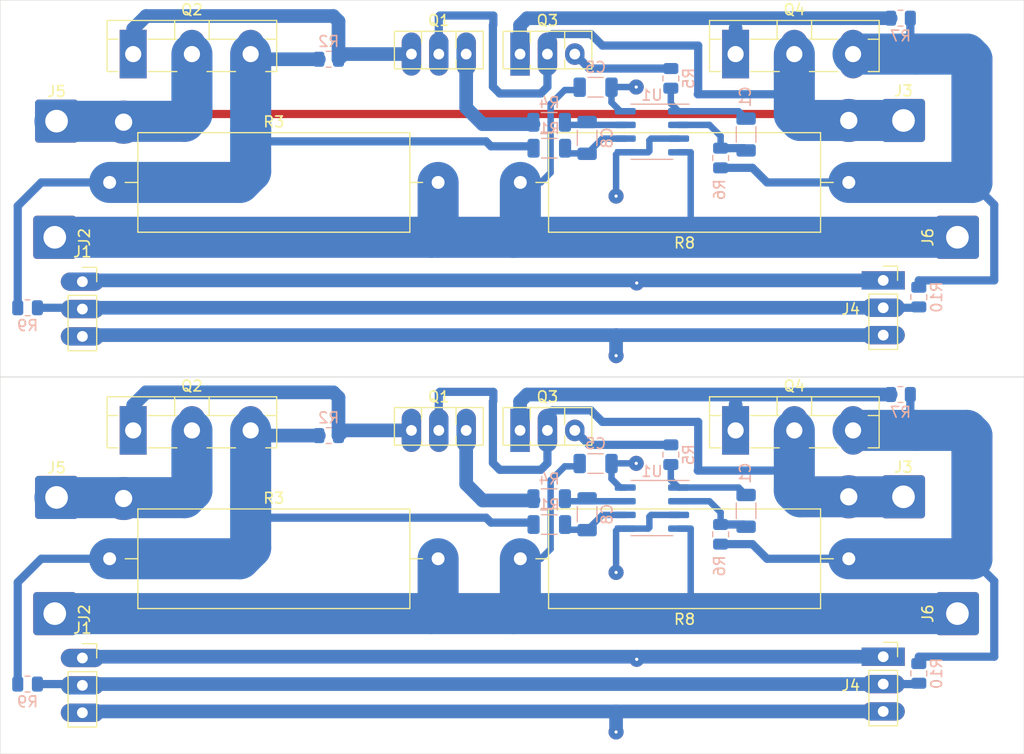
<source format=kicad_pcb>
(kicad_pcb (version 20221018) (generator pcbnew)
  (title_block (rev "1"))
  (layers (0 "F.Cu" signal "Front") (1 "In1.Cu" signal) (2 "In2.Cu" signal) (31 "B.Cu" signal "Back") (34 "B.Paste" user) (35 "F.Paste" user) (36 "B.SilkS" user "B.Silkscreen") (37 "F.SilkS" user "F.Silkscreen") (38 "B.Mask" user) (39 "F.Mask" user) (44 "Edge.Cuts" user))
  (net 0 "")
  (net 1 "GND")
  (net 2 "V_IN")
  (net 3 "Net-(C8-Pad1)")
  (net 4 "Isense")
  (net 5 "Net-(Q1-Pad1)")
  (net 6 "Raw+")
  (net 7 "Iset")
  (net 8 "Net-(C1-Pad1)")
  (net 9 "Net-(Q2-Pad3)")
  (net 10 "Net-(Q3-Pad1)")
  (net 11 "Net-(Q4-Pad3)")
  (net 12 "/outB")
  (net 13 "/outA")
  (net 14 "/baseA")
  (net 15 "/baseB")
  (footprint "Resistor_THT:R_Axial_Power_L25.0mm_W9.0mm_P30.48mm" (layer "F.Cu") (at 190.505 41.91 180)
    (fp_text reference "R8" (at 15.24 -5.62) (layer "F.SilkS"))
    (fp_text value "1")
    (pad "1" thru_hole circle (at 0 0 180) (size 2.4 2.4) (drill 1.2) (layers "*.Cu" "*.Mask") (net 11 "Net-(Q4-Pad3)"))
    (pad "2" thru_hole oval (at 30.48 0 180) (size 2.4 2.4) (drill 1.2) (layers "*.Cu" "*.Mask") (net 1 "GND"))
  )
  (footprint "Package_TO_SOT_THT:TO-126-3_Vertical" (layer "F.Cu") (at 149.92 64.92)
    (fp_text reference "Q1" (at 2.54 -3.12) (layer "F.SilkS"))
    (fp_text value "2SC3964")
    (pad "1" thru_hole oval (at 0 0) (size 1.8 4) (drill 1) (layers "*.Cu" "*.Mask") (net 5 "Net-(Q1-Pad1)"))
    (pad "2" thru_hole oval (at 2.54 0) (size 1.8 4) (drill 1) (layers "*.Cu" "*.Mask") (net 6 "Raw+"))
    (pad "3" thru_hole oval (at 5.08 0) (size 1.8 4) (drill 1) (layers "*.Cu" "*.Mask") (net 14 "/baseA"))
  )
  (footprint "Package_TO_SOT_THT:TO-3P-3_Vertical" (layer "F.Cu") (at 180 30)
    (fp_text reference "Q4" (at 5.45 -4.12) (layer "F.SilkS"))
    (fp_text value "2SC4467")
    (pad "1" thru_hole rect (at 0 0) (size 2.5 4.5) (drill 1.5) (layers "*.Cu" "*.Mask") (net 10 "Net-(Q3-Pad1)"))
    (pad "2" thru_hole oval (at 5.45 0) (size 2.5 4.5) (drill 1.5) (layers "*.Cu" "*.Mask") (net 6 "Raw+"))
    (pad "3" thru_hole oval (at 10.9 0) (size 2.5 4.5) (drill 1.5) (layers "*.Cu" "*.Mask") (net 11 "Net-(Q4-Pad3)"))
  )
  (footprint "Package_TO_SOT_THT:TO-126-3_Vertical" (layer "F.Cu") (at 160 64.92)
    (fp_text reference "Q3" (at 2.54 -3.12) (layer "F.SilkS"))
    (fp_text value "2SC3964")
    (pad "1" thru_hole rect (at 0 0) (size 1.8 4) (drill 1) (layers "*.Cu" "*.Mask") (net 10 "Net-(Q3-Pad1)"))
    (pad "2" thru_hole oval (at 2.54 0) (size 1.8 4) (drill 1) (layers "*.Cu" "*.Mask") (net 6 "Raw+"))
    (pad "3" thru_hole oval (at 5.08 0) (size 1.8 2) (drill 1) (layers "*.Cu" "*.Mask") (net 15 "/baseB"))
  )
  (footprint "Connector_Wire:SolderWire-1.5sqmm_1x01_D1.7mm_OD3mm" (layer "F.Cu") (at 200.584663 81.92 90)
    (fp_text reference "J6" (at 0 -2.75 90) (layer "F.SilkS"))
    (fp_text value "GND_OUT")
    (pad "1" thru_hole roundrect (at 0 0 90) (size 4 4) (drill 2.1) (layers "*.Cu" "*.Mask") (roundrect_rratio 0.080645) (net 1 "GND"))
  )
  (footprint "Package_TO_SOT_THT:TO-126-3_Vertical" (layer "F.Cu") (at 149.92 30)
    (fp_text reference "Q1" (at 2.54 -3.12) (layer "F.SilkS"))
    (fp_text value "2SC3964")
    (pad "1" thru_hole oval (at 0 0) (size 1.8 4) (drill 1) (layers "*.Cu" "*.Mask") (net 5 "Net-(Q1-Pad1)"))
    (pad "2" thru_hole oval (at 2.54 0) (size 1.8 4) (drill 1) (layers "*.Cu" "*.Mask") (net 6 "Raw+"))
    (pad "3" thru_hole oval (at 5.08 0) (size 1.8 4) (drill 1) (layers "*.Cu" "*.Mask") (net 14 "/baseA"))
  )
  (footprint "Package_TO_SOT_THT:TO-3P-3_Vertical" (layer "F.Cu") (at 180 64.92)
    (fp_text reference "Q4" (at 5.45 -4.12) (layer "F.SilkS"))
    (fp_text value "2SC4467")
    (pad "1" thru_hole rect (at 0 0) (size 2.5 4.5) (drill 1.5) (layers "*.Cu" "*.Mask") (net 10 "Net-(Q3-Pad1)"))
    (pad "2" thru_hole oval (at 5.45 0) (size 2.5 4.5) (drill 1.5) (layers "*.Cu" "*.Mask") (net 6 "Raw+"))
    (pad "3" thru_hole oval (at 10.9 0) (size 2.5 4.5) (drill 1.5) (layers "*.Cu" "*.Mask") (net 11 "Net-(Q4-Pad3)"))
  )
  (footprint "Connector_Wire:SolderWire-1.5sqmm_1x01_D1.7mm_OD3mm" (layer "F.Cu") (at 116.99012 71.140531)
    (fp_text reference "J5" (at 0 -2.75) (layer "F.SilkS"))
    (fp_text value "PWR_IN")
    (pad "1" thru_hole roundrect (at 0 0) (size 4 4) (drill 2.1) (layers "*.Cu" "*.Mask") (roundrect_rratio 0.080645) (net 6 "Raw+"))
  )
  (footprint "Connector_PinSocket_2.54mm:PinSocket_1x03_P2.54mm_Vertical" (layer "F.Cu") (at 119.385872 86.037946)
    (fp_text reference "J1" (at 0 -2.77) (layer "F.SilkS"))
    (fp_text value "Contl_in")
    (pad "1" thru_hole oval (at 0 0) (size 4 1.7) (drill 1) (layers "*.Cu" "*.Mask") (net 2 "V_IN"))
    (pad "2" thru_hole oval (at 0 2.54) (size 4 1.7) (drill 1) (layers "*.Cu" "*.Mask") (net 4 "Isense"))
    (pad "3" thru_hole oval (at 0 5.08) (size 4 1.7) (drill 1) (layers "*.Cu" "*.Mask") (net 7 "Iset"))
  )
  (footprint "Resistor_THT:R_Axial_Power_L25.0mm_W9.0mm_P30.48mm" (layer "F.Cu") (at 121.915 41.91)
    (fp_text reference "R3" (at 15.24 -5.62) (layer "F.SilkS"))
    (fp_text value "1")
    (pad "1" thru_hole circle (at 0 0) (size 2.4 2.4) (drill 1.2) (layers "*.Cu" "*.Mask") (net 9 "Net-(Q2-Pad3)"))
    (pad "2" thru_hole oval (at 30.48 0) (size 2.4 2.4) (drill 1.2) (layers "*.Cu" "*.Mask") (net 1 "GND"))
  )
  (footprint "Package_TO_SOT_THT:TO-126-3_Vertical" (layer "F.Cu") (at 160 30)
    (fp_text reference "Q3" (at 2.54 -3.12) (layer "F.SilkS"))
    (fp_text value "2SC3964")
    (pad "1" thru_hole rect (at 0 0) (size 1.8 4) (drill 1) (layers "*.Cu" "*.Mask") (net 10 "Net-(Q3-Pad1)"))
    (pad "2" thru_hole oval (at 2.54 0) (size 1.8 4) (drill 1) (layers "*.Cu" "*.Mask") (net 6 "Raw+"))
    (pad "3" thru_hole oval (at 5.08 0) (size 1.8 2) (drill 1) (layers "*.Cu" "*.Mask") (net 15 "/baseB"))
  )
  (footprint "Connector_PinSocket_2.54mm:PinSocket_1x03_P2.54mm_Vertical" (layer "F.Cu") (at 193.7 51)
    (fp_text reference "J4" (at -3.013934 2.669486) (layer "F.SilkS"))
    (fp_text value "Contl_out")
    (pad "1" thru_hole rect (at 0 0) (size 4 1.7) (drill 1) (layers "*.Cu" "*.Mask") (net 2 "V_IN"))
    (pad "2" thru_hole oval (at 0 2.54) (size 4 1.7) (drill 1) (layers "*.Cu" "*.Mask") (net 4 "Isense"))
    (pad "3" thru_hole oval (at 0 5.08) (size 4 1.7) (drill 1) (layers "*.Cu" "*.Mask") (net 7 "Iset"))
  )
  (footprint "Package_TO_SOT_THT:TO-3P-3_Vertical" (layer "F.Cu") (at 124.1 64.92)
    (fp_text reference "Q2" (at 5.45 -4.12) (layer "F.SilkS"))
    (fp_text value "2SC4467")
    (pad "1" thru_hole rect (at 0 0) (size 2.5 4.5) (drill 1.5) (layers "*.Cu" "*.Mask") (net 5 "Net-(Q1-Pad1)"))
    (pad "2" thru_hole oval (at 5.45 0) (size 2.5 4.5) (drill 1.5) (layers "*.Cu" "*.Mask") (net 6 "Raw+"))
    (pad "3" thru_hole oval (at 10.9 0) (size 2.5 4.5) (drill 1.5) (layers "*.Cu" "*.Mask") (net 9 "Net-(Q2-Pad3)"))
  )
  (footprint "Connector_Wire:SolderWire-1.5sqmm_1x01_D1.7mm_OD3mm" (layer "F.Cu") (at 116.82337 81.92 -90)
    (fp_text reference "J2" (at 0 -2.75 -90) (layer "F.SilkS"))
    (fp_text value "GND_IN")
    (pad "1" thru_hole roundrect (at 0 0 270) (size 4 4) (drill 2.1) (layers "*.Cu" "*.Mask") (roundrect_rratio 0.080645) (net 1 "GND"))
  )
  (footprint "MountingHole:MountingHole_3.2mm_M3" (layer "F.Cu") (at 116.162036 29.05063)
    (fp_text reference "H1" hide)
    (fp_text value "MountingHole" hide)
    (pad "" np_thru_hole circle (at 0 0) (size 3.2 3.2) (drill 3.2) (layers "*.Cu" "*.Mask"))
  )
  (footprint "Connector_PinSocket_2.54mm:PinSocket_1x03_P2.54mm_Vertical" (layer "F.Cu") (at 119.385872 51.117946)
    (fp_text reference "J1" (at 0 -2.77) (layer "F.SilkS"))
    (fp_text value "Contl_in")
    (pad "1" thru_hole oval (at 0 0) (size 4 1.7) (drill 1) (layers "*.Cu" "*.Mask") (net 2 "V_IN"))
    (pad "2" thru_hole oval (at 0 2.54) (size 4 1.7) (drill 1) (layers "*.Cu" "*.Mask") (net 4 "Isense"))
    (pad "3" thru_hole oval (at 0 5.08) (size 4 1.7) (drill 1) (layers "*.Cu" "*.Mask") (net 7 "Iset"))
  )
  (footprint "Connector_Wire:SolderWire-1.5sqmm_1x01_D1.7mm_OD3mm" (layer "F.Cu") (at 200.584663 47 90)
    (fp_text reference "J6" (at 0 -2.75 90) (layer "F.SilkS"))
    (fp_text value "GND_OUT")
    (pad "1" thru_hole roundrect (at 0 0 90) (size 4 4) (drill 2.1) (layers "*.Cu" "*.Mask") (roundrect_rratio 0.080645) (net 1 "GND"))
  )
  (footprint "Resistor_THT:R_Axial_Power_L25.0mm_W9.0mm_P30.48mm" (layer "F.Cu") (at 121.915 76.83)
    (fp_text reference "R3" (at 15.24 -5.62) (layer "F.SilkS"))
    (fp_text value "1")
    (pad "1" thru_hole circle (at 0 0) (size 2.4 2.4) (drill 1.2) (layers "*.Cu" "*.Mask") (net 9 "Net-(Q2-Pad3)"))
    (pad "2" thru_hole oval (at 30.48 0) (size 2.4 2.4) (drill 1.2) (layers "*.Cu" "*.Mask") (net 1 "GND"))
  )
  (footprint "Connector_PinSocket_2.54mm:PinSocket_1x03_P2.54mm_Vertical" (layer "F.Cu") (at 193.7 85.92)
    (fp_text reference "J4" (at -3.013934 2.669486) (layer "F.SilkS"))
    (fp_text value "Contl_out")
    (pad "1" thru_hole rect (at 0 0) (size 4 1.7) (drill 1) (layers "*.Cu" "*.Mask") (net 2 "V_IN"))
    (pad "2" thru_hole oval (at 0 2.54) (size 4 1.7) (drill 1) (layers "*.Cu" "*.Mask") (net 4 "Isense"))
    (pad "3" thru_hole oval (at 0 5.08) (size 4 1.7) (drill 1) (layers "*.Cu" "*.Mask") (net 7 "Iset"))
  )
  (footprint "Connector_Wire:SolderWire-1.5sqmm_1x01_D1.7mm_OD3mm" (layer "F.Cu") (at 116.82337 47 -90)
    (fp_text reference "J2" (at 0 -2.75 -90) (layer "F.SilkS"))
    (fp_text value "GND_IN")
    (pad "1" thru_hole roundrect (at 0 0 270) (size 4 4) (drill 2.1) (layers "*.Cu" "*.Mask") (roundrect_rratio 0.080645) (net 1 "GND"))
  )
  (footprint "Connector_Wire:SolderWire-1.5sqmm_1x01_D1.7mm_OD3mm" (layer "F.Cu") (at 195.58 71.080064)
    (fp_text reference "J3" (at 0 -2.75) (layer "F.SilkS"))
    (fp_text value "PWR_OUT")
    (pad "1" thru_hole roundrect (at 0 0) (size 4 4) (drill 2.1) (layers "*.Cu" "*.Mask") (roundrect_rratio 0.080645) (net 6 "Raw+"))
  )
  (footprint "Connector_Wire:SolderWire-1.5sqmm_1x01_D1.7mm_OD3mm" (layer "F.Cu") (at 116.99012 36.220531)
    (fp_text reference "J5" (at 0 -2.75) (layer "F.SilkS"))
    (fp_text value "PWR_IN")
    (pad "1" thru_hole roundrect (at 0 0) (size 4 4) (drill 2.1) (layers "*.Cu" "*.Mask") (roundrect_rratio 0.080645) (net 6 "Raw+"))
  )
  (footprint "Connector_Wire:SolderWire-1.5sqmm_1x01_D1.7mm_OD3mm" (layer "F.Cu") (at 195.58 36.160064)
    (fp_text reference "J3" (at 0 -2.75) (layer "F.SilkS"))
    (fp_text value "PWR_OUT")
    (pad "1" thru_hole roundrect (at 0 0) (size 4 4) (drill 2.1) (layers "*.Cu" "*.Mask") (roundrect_rratio 0.080645) (net 6 "Raw+"))
  )
  (footprint "Resistor_THT:R_Axial_Power_L25.0mm_W9.0mm_P30.48mm" (layer "F.Cu") (at 190.505 76.83 180)
    (fp_text reference "R8" (at 15.24 -5.62) (layer "F.SilkS"))
    (fp_text value "1")
    (pad "1" thru_hole circle (at 0 0 180) (size 2.4 2.4) (drill 1.2) (layers "*.Cu" "*.Mask") (net 11 "Net-(Q4-Pad3)"))
    (pad "2" thru_hole oval (at 30.48 0 180) (size 2.4 2.4) (drill 1.2) (layers "*.Cu" "*.Mask") (net 1 "GND"))
  )
  (footprint "MountingHole:MountingHole_3.2mm_M3" (layer "F.Cu") (at 202.447598 55.411571)
    (fp_text reference "H2" hide)
    (fp_text value "MountingHole" hide)
    (pad "" np_thru_hole circle (at 0 0) (size 3.2 3.2) (drill 3.2) (layers "*.Cu" "*.Mask"))
  )
  (footprint "MountingHole:MountingHole_3.2mm_M3" (layer "F.Cu") (at 116.162036 63.97063)
    (fp_text reference "H1" hide)
    (fp_text value "MountingHole" hide)
    (pad "" np_thru_hole circle (at 0 0) (size 3.2 3.2) (drill 3.2) (layers "*.Cu" "*.Mask"))
  )
  (footprint "MountingHole:MountingHole_3.2mm_M3" (layer "F.Cu") (at 202.447598 90.331571)
    (fp_text reference "H2" hide)
    (fp_text value "MountingHole" hide)
    (pad "" np_thru_hole circle (at 0 0) (size 3.2 3.2) (drill 3.2) (layers "*.Cu" "*.Mask"))
  )
  (footprint "Package_TO_SOT_THT:TO-3P-3_Vertical" (layer "F.Cu") (at 124.1 30)
    (fp_text reference "Q2" (at 5.45 -4.12) (layer "F.SilkS"))
    (fp_text value "2SC4467")
    (pad "1" thru_hole rect (at 0 0) (size 2.5 4.5) (drill 1.5) (layers "*.Cu" "*.Mask") (net 5 "Net-(Q1-Pad1)"))
    (pad "2" thru_hole oval (at 5.45 0) (size 2.5 4.5) (drill 1.5) (layers "*.Cu" "*.Mask") (net 6 "Raw+"))
    (pad "3" thru_hole oval (at 10.9 0) (size 2.5 4.5) (drill 1.5) (layers "*.Cu" "*.Mask") (net 9 "Net-(Q2-Pad3)"))
  )
  (footprint "Resistor_SMD:R_1206_3216Metric" (layer "B.Cu") (at 162.713748 73.655 180)
    (fp_text reference "R1" (at 0 1.82) (layer "B.SilkS") (effects (justify mirror)))
    (fp_text value "1k")
    (pad "1" smd roundrect (at -1.4625 0 180) (size 1.125 1.75) (layers "B.Cu" "B.Paste" "B.Mask") (roundrect_rratio 0.222222) (net 3 "Net-(C8-Pad1)"))
    (pad "2" smd roundrect (at 1.4625 0 180) (size 1.125 1.75) (layers "B.Cu" "B.Paste" "B.Mask") (roundrect_rratio 0.222222) (net 9 "Net-(Q2-Pad3)"))
  )
  (footprint "Resistor_SMD:R_0805_2012Metric" (layer "B.Cu") (at 195.3025 26.67)
    (fp_text reference "R7" (at 0 1.65) (layer "B.SilkS") (effects (justify mirror)))
    (fp_text value "47")
    (pad "1" smd roundrect (at -0.9125 0) (size 1.025 1.4) (layers "B.Cu" "B.Paste" "B.Mask") (roundrect_rratio 0.243902) (net 10 "Net-(Q3-Pad1)"))
    (pad "2" smd roundrect (at 0.9125 0) (size 1.025 1.4) (layers "B.Cu" "B.Paste" "B.Mask") (roundrect_rratio 0.243902) (net 11 "Net-(Q4-Pad3)"))
  )
  (footprint "Capacitor_SMD:C_1206_3216Metric" (layer "B.Cu") (at 166.22212 72.698281 90)
    (fp_text reference "C8" (at 0 1.85 90) (layer "B.SilkS") (effects (justify mirror)))
    (fp_text value "100p")
    (pad "1" smd roundrect (at -1.475 0 90) (size 1.15 1.8) (layers "B.Cu" "B.Paste" "B.Mask") (roundrect_rratio 0.217391) (net 3 "Net-(C8-Pad1)"))
    (pad "2" smd roundrect (at 1.475 0 90) (size 1.15 1.8) (layers "B.Cu" "B.Paste" "B.Mask") (roundrect_rratio 0.217391) (net 13 "/outA"))
  )
  (footprint "Resistor_SMD:R_0805_2012Metric" (layer "B.Cu") (at 114.3 53.54)
    (fp_text reference "R9" (at 0 1.65) (layer "B.SilkS") (effects (justify mirror)))
    (fp_text value "10k")
    (pad "1" smd roundrect (at -0.9125 0) (size 1.025 1.4) (layers "B.Cu" "B.Paste" "B.Mask") (roundrect_rratio 0.243902) (net 9 "Net-(Q2-Pad3)"))
    (pad "2" smd roundrect (at 0.9125 0) (size 1.025 1.4) (layers "B.Cu" "B.Paste" "B.Mask") (roundrect_rratio 0.243902) (net 4 "Isense"))
  )
  (footprint "Resistor_SMD:R_0805_2012Metric" (layer "B.Cu") (at 178.611101 74.562725 -90)
    (fp_text reference "R6" (at 2.936634 0.103846 90) (layer "B.SilkS") (effects (justify mirror)))
    (fp_text value "1k")
    (pad "1" smd roundrect (at -0.9125 0 270) (size 1.025 1.4) (layers "B.Cu" "B.Paste" "B.Mask") (roundrect_rratio 0.243902) (net 8 "Net-(C1-Pad1)"))
    (pad "2" smd roundrect (at 0.9125 0 270) (size 1.025 1.4) (layers "B.Cu" "B.Paste" "B.Mask") (roundrect_rratio 0.243902) (net 11 "Net-(Q4-Pad3)"))
  )
  (footprint "Capacitor_SMD:C_1206_3216Metric" (layer "B.Cu") (at 180.975 72.385 90)
    (fp_text reference "C1" (at 3.495304 -0.076943 90) (layer "B.SilkS") (effects (justify mirror)))
    (fp_text value "100p")
    (pad "1" smd roundrect (at -1.475 0 90) (size 1.15 1.8) (layers "B.Cu" "B.Paste" "B.Mask") (roundrect_rratio 0.217391) (net 8 "Net-(C1-Pad1)"))
    (pad "2" smd roundrect (at 1.475 0 90) (size 1.15 1.8) (layers "B.Cu" "B.Paste" "B.Mask") (roundrect_rratio 0.217391) (net 12 "/outB"))
  )
  (footprint "Resistor_SMD:R_0805_2012Metric" (layer "B.Cu") (at 195.3025 61.59)
    (fp_text reference "R7" (at 0 1.65) (layer "B.SilkS") (effects (justify mirror)))
    (fp_text value "47")
    (pad "1" smd roundrect (at -0.9125 0) (size 1.025 1.4) (layers "B.Cu" "B.Paste" "B.Mask") (roundrect_rratio 0.243902) (net 10 "Net-(Q3-Pad1)"))
    (pad "2" smd roundrect (at 0.9125 0) (size 1.025 1.4) (layers "B.Cu" "B.Paste" "B.Mask") (roundrect_rratio 0.243902) (net 11 "Net-(Q4-Pad3)"))
  )
  (footprint "Resistor_SMD:R_1206_3216Metric" (layer "B.Cu") (at 162.699756 71.251513 180)
    (fp_text reference "R4" (at 0 1.82) (layer "B.SilkS") (effects (justify mirror)))
    (fp_text value "1k")
    (pad "1" smd roundrect (at -1.4625 0 180) (size 1.125 1.75) (layers "B.Cu" "B.Paste" "B.Mask") (roundrect_rratio 0.222222) (net 13 "/outA"))
    (pad "2" smd roundrect (at 1.4625 0 180) (size 1.125 1.75) (layers "B.Cu" "B.Paste" "B.Mask") (roundrect_rratio 0.222222) (net 14 "/baseA"))
  )
  (footprint "Resistor_SMD:R_0805_2012Metric" (layer "B.Cu") (at 173.99 32.252611 90)
    (fp_text reference "R5" (at 0 1.65 90) (layer "B.SilkS") (effects (justify mirror)))
    (fp_text value "1k")
    (pad "1" smd roundrect (at -0.9125 0 90) (size 1.025 1.4) (layers "B.Cu" "B.Paste" "B.Mask") (roundrect_rratio 0.243902) (net 12 "/outB"))
    (pad "2" smd roundrect (at 0.9125 0 90) (size 1.025 1.4) (layers "B.Cu" "B.Paste" "B.Mask") (roundrect_rratio 0.243902) (net 15 "/baseB"))
  )
  (footprint "Capacitor_SMD:C_1206_3216Metric" (layer "B.Cu") (at 166.22212 37.778281 90)
    (fp_text reference "C8" (at 0 1.85 90) (layer "B.SilkS") (effects (justify mirror)))
    (fp_text value "100p")
    (pad "1" smd roundrect (at -1.475 0 90) (size 1.15 1.8) (layers "B.Cu" "B.Paste" "B.Mask") (roundrect_rratio 0.217391) (net 3 "Net-(C8-Pad1)"))
    (pad "2" smd roundrect (at 1.475 0 90) (size 1.15 1.8) (layers "B.Cu" "B.Paste" "B.Mask") (roundrect_rratio 0.217391) (net 13 "/outA"))
  )
  (footprint "Resistor_SMD:R_0805_2012Metric" (layer "B.Cu") (at 178.611101 39.642725 -90)
    (fp_text reference "R6" (at 2.936634 0.103846 90) (layer "B.SilkS") (effects (justify mirror)))
    (fp_text value "1k")
    (pad "1" smd roundrect (at -0.9125 0 270) (size 1.025 1.4) (layers "B.Cu" "B.Paste" "B.Mask") (roundrect_rratio 0.243902) (net 8 "Net-(C1-Pad1)"))
    (pad "2" smd roundrect (at 0.9125 0 270) (size 1.025 1.4) (layers "B.Cu" "B.Paste" "B.Mask") (roundrect_rratio 0.243902) (net 11 "Net-(Q4-Pad3)"))
  )
  (footprint "Resistor_SMD:R_0805_2012Metric" (layer "B.Cu") (at 114.3 88.46)
    (fp_text reference "R9" (at 0 1.65) (layer "B.SilkS") (effects (justify mirror)))
    (fp_text value "10k")
    (pad "1" smd roundrect (at -0.9125 0) (size 1.025 1.4) (layers "B.Cu" "B.Paste" "B.Mask") (roundrect_rratio 0.243902) (net 9 "Net-(Q2-Pad3)"))
    (pad "2" smd roundrect (at 0.9125 0) (size 1.025 1.4) (layers "B.Cu" "B.Paste" "B.Mask") (roundrect_rratio 0.243902) (net 4 "Isense"))
  )
  (footprint "Resistor_SMD:R_0805_2012Metric" (layer "B.Cu") (at 142.24 30.48 180)
    (fp_text reference "R2" (at 0 1.65) (layer "B.SilkS") (effects (justify mirror)))
    (fp_text value "47")
    (pad "1" smd roundrect (at -0.9125 0 180) (size 1.025 1.4) (layers "B.Cu" "B.Paste" "B.Mask") (roundrect_rratio 0.243902) (net 5 "Net-(Q1-Pad1)"))
    (pad "2" smd roundrect (at 0.9125 0 180) (size 1.025 1.4) (layers "B.Cu" "B.Paste" "B.Mask") (roundrect_rratio 0.243902) (net 9 "Net-(Q2-Pad3)"))
  )
  (footprint "Package_SO:SOIC-8_3.9x4.9mm_P1.27mm" (layer "B.Cu") (at 172.235553 72.127215 180)
    (fp_text reference "U1" (at 0 3.4) (layer "B.SilkS") (effects (justify mirror)))
    (fp_text value "LM358")
    (pad "1" smd roundrect (at -2.475 1.905 180) (size 1.95 0.6) (layers "B.Cu" "B.Paste" "B.Mask") (net 12 "/outB"))
    (pad "2" smd roundrect (at -2.475 0.635 180) (size 1.95 0.6) (layers "B.Cu" "B.Paste" "B.Mask") (net 8 "Net-(C1-Pad1)"))
    (pad "3" smd roundrect (at -2.475 -0.635 180) (size 1.95 0.6) (layers "B.Cu" "B.Paste" "B.Mask") (net 7 "Iset"))
    (pad "4" smd roundrect (at -2.475 -1.905 180) (size 1.95 0.6) (layers "B.Cu" "B.Paste" "B.Mask") (net 1 "GND"))
    (pad "5" smd roundrect (at 2.475 -1.905 180) (size 1.95 0.6) (layers "B.Cu" "B.Paste" "B.Mask") (net 7 "Iset"))
    (pad "6" smd roundrect (at 2.475 -0.635 180) (size 1.95 0.6) (layers "B.Cu" "B.Paste" "B.Mask") (net 3 "Net-(C8-Pad1)"))
    (pad "7" smd roundrect (at 2.475 0.635 180) (size 1.95 0.6) (layers "B.Cu" "B.Paste" "B.Mask") (net 13 "/outA"))
    (pad "8" smd roundrect (at 2.475 1.905 180) (size 1.95 0.6) (layers "B.Cu" "B.Paste" "B.Mask") (net 2 "V_IN"))
  )
  (footprint "Package_SO:SOIC-8_3.9x4.9mm_P1.27mm" (layer "B.Cu") (at 172.235553 37.207215 180)
    (fp_text reference "U1" (at 0 3.4) (layer "B.SilkS") (effects (justify mirror)))
    (fp_text value "LM358")
    (pad "1" smd roundrect (at -2.475 1.905 180) (size 1.95 0.6) (layers "B.Cu" "B.Paste" "B.Mask") (net 12 "/outB"))
    (pad "2" smd roundrect (at -2.475 0.635 180) (size 1.95 0.6) (layers "B.Cu" "B.Paste" "B.Mask") (net 8 "Net-(C1-Pad1)"))
    (pad "3" smd roundrect (at -2.475 -0.635 180) (size 1.95 0.6) (layers "B.Cu" "B.Paste" "B.Mask") (net 7 "Iset"))
    (pad "4" smd roundrect (at -2.475 -1.905 180) (size 1.95 0.6) (layers "B.Cu" "B.Paste" "B.Mask") (net 1 "GND"))
    (pad "5" smd roundrect (at 2.475 -1.905 180) (size 1.95 0.6) (layers "B.Cu" "B.Paste" "B.Mask") (net 7 "Iset"))
    (pad "6" smd roundrect (at 2.475 -0.635 180) (size 1.95 0.6) (layers "B.Cu" "B.Paste" "B.Mask") (net 3 "Net-(C8-Pad1)"))
    (pad "7" smd roundrect (at 2.475 0.635 180) (size 1.95 0.6) (layers "B.Cu" "B.Paste" "B.Mask") (net 13 "/outA"))
    (pad "8" smd roundrect (at 2.475 1.905 180) (size 1.95 0.6) (layers "B.Cu" "B.Paste" "B.Mask") (net 2 "V_IN"))
  )
  (footprint "Capacitor_SMD:C_1206_3216Metric" (layer "B.Cu") (at 167.008663 33.075534 180)
    (fp_text reference "C5" (at 0 1.85) (layer "B.SilkS") (effects (justify mirror)))
    (fp_text value "100n")
    (pad "1" smd roundrect (at -1.475 0 180) (size 1.15 1.8) (layers "B.Cu" "B.Paste" "B.Mask") (roundrect_rratio 0.217391) (net 2 "V_IN"))
    (pad "2" smd roundrect (at 1.475 0 180) (size 1.15 1.8) (layers "B.Cu" "B.Paste" "B.Mask") (roundrect_rratio 0.217391) (net 1 "GND"))
  )
  (footprint "Resistor_SMD:R_0805_2012Metric" (layer "B.Cu") (at 142.24 65.4 180)
    (fp_text reference "R2" (at 0 1.65) (layer "B.SilkS") (effects (justify mirror)))
    (fp_text value "47")
    (pad "1" smd roundrect (at -0.9125 0 180) (size 1.025 1.4) (layers "B.Cu" "B.Paste" "B.Mask") (roundrect_rratio 0.243902) (net 5 "Net-(Q1-Pad1)"))
    (pad "2" smd roundrect (at 0.9125 0 180) (size 1.025 1.4) (layers "B.Cu" "B.Paste" "B.Mask") (roundrect_rratio 0.243902) (net 9 "Net-(Q2-Pad3)"))
  )
  (footprint "Resistor_SMD:R_0805_2012Metric" (layer "B.Cu") (at 173.99 67.172611 90)
    (fp_text reference "R5" (at 0 1.65 90) (layer "B.SilkS") (effects (justify mirror)))
    (fp_text value "1k")
    (pad "1" smd roundrect (at -0.9125 0 90) (size 1.025 1.4) (layers "B.Cu" "B.Paste" "B.Mask") (roundrect_rratio 0.243902) (net 12 "/outB"))
    (pad "2" smd roundrect (at 0.9125 0 90) (size 1.025 1.4) (layers "B.Cu" "B.Paste" "B.Mask") (roundrect_rratio 0.243902) (net 15 "/baseB"))
  )
  (footprint "Resistor_SMD:R_0805_2012Metric" (layer "B.Cu") (at 197 87.4675 90)
    (fp_text reference "R10" (at 0 1.65 90) (layer "B.SilkS") (effects (justify mirror)))
    (fp_text value "10k")
    (pad "1" smd roundrect (at -0.9125 0 90) (size 1.025 1.4) (layers "B.Cu" "B.Paste" "B.Mask") (roundrect_rratio 0.243902) (net 4 "Isense"))
    (pad "2" smd roundrect (at 0.9125 0 90) (size 1.025 1.4) (layers "B.Cu" "B.Paste" "B.Mask") (roundrect_rratio 0.243902) (net 11 "Net-(Q4-Pad3)"))
  )
  (footprint "Resistor_SMD:R_1206_3216Metric" (layer "B.Cu") (at 162.699756 36.331513 180)
    (fp_text reference "R4" (at 0 1.82) (layer "B.SilkS") (effects (justify mirror)))
    (fp_text value "1k")
    (pad "1" smd roundrect (at -1.4625 0 180) (size 1.125 1.75) (layers "B.Cu" "B.Paste" "B.Mask") (roundrect_rratio 0.222222) (net 13 "/outA"))
    (pad "2" smd roundrect (at 1.4625 0 180) (size 1.125 1.75) (layers "B.Cu" "B.Paste" "B.Mask") (roundrect_rratio 0.222222) (net 14 "/baseA"))
  )
  (footprint "Resistor_SMD:R_1206_3216Metric" (layer "B.Cu") (at 162.713748 38.735 180)
    (fp_text reference "R1" (at 0 1.82) (layer "B.SilkS") (effects (justify mirror)))
    (fp_text value "1k")
    (pad "1" smd roundrect (at -1.4625 0 180) (size 1.125 1.75) (layers "B.Cu" "B.Paste" "B.Mask") (roundrect_rratio 0.222222) (net 3 "Net-(C8-Pad1)"))
    (pad "2" smd roundrect (at 1.4625 0 180) (size 1.125 1.75) (layers "B.Cu" "B.Paste" "B.Mask") (roundrect_rratio 0.222222) (net 9 "Net-(Q2-Pad3)"))
  )
  (footprint "Capacitor_SMD:C_1206_3216Metric" (layer "B.Cu") (at 180.975 37.465 90)
    (fp_text reference "C1" (at 3.495304 -0.076943 90) (layer "B.SilkS") (effects (justify mirror)))
    (fp_text value "100p")
    (pad "1" smd roundrect (at -1.475 0 90) (size 1.15 1.8) (layers "B.Cu" "B.Paste" "B.Mask") (roundrect_rratio 0.217391) (net 8 "Net-(C1-Pad1)"))
    (pad "2" smd roundrect (at 1.475 0 90) (size 1.15 1.8) (layers "B.Cu" "B.Paste" "B.Mask") (roundrect_rratio 0.217391) (net 12 "/outB"))
  )
  (footprint "Capacitor_SMD:C_1206_3216Metric" (layer "B.Cu") (at 167.008663 67.995534 180)
    (fp_text reference "C5" (at 0 1.85) (layer "B.SilkS") (effects (justify mirror)))
    (fp_text value "100n")
    (pad "1" smd roundrect (at -1.475 0 180) (size 1.15 1.8) (layers "B.Cu" "B.Paste" "B.Mask") (roundrect_rratio 0.217391) (net 2 "V_IN"))
    (pad "2" smd roundrect (at 1.475 0 180) (size 1.15 1.8) (layers "B.Cu" "B.Paste" "B.Mask") (roundrect_rratio 0.217391) (net 1 "GND"))
  )
  (footprint "Resistor_SMD:R_0805_2012Metric" (layer "B.Cu") (at 197 52.5475 90)
    (fp_text reference "R10" (at 0 1.65 90) (layer "B.SilkS") (effects (justify mirror)))
    (fp_text value "10k")
    (pad "1" smd roundrect (at -0.9125 0 90) (size 1.025 1.4) (layers "B.Cu" "B.Paste" "B.Mask") (roundrect_rratio 0.243902) (net 4 "Isense"))
    (pad "2" smd roundrect (at 0.9125 0 90) (size 1.025 1.4) (layers "B.Cu" "B.Paste" "B.Mask") (roundrect_rratio 0.243902) (net 11 "Net-(Q4-Pad3)"))
  )
  (gr_rect (start 111.76 25) (end 206.76 60) (stroke (width 0.0381)) (fill none) (layer "Edge.Cuts"))
  (gr_rect (start 111.76 59.92) (end 206.76 94.92) (stroke (width 0.0381)) (fill none) (layer "Edge.Cuts"))
  (segment (start 159.38072 47) (end 200.472802 47) (width 3.81) (layer "B.Cu") (net 1))
  (segment (start 116.82337 81.92) (end 151.76072 81.92) (width 3.81) (layer "B.Cu") (net 1))
  (segment (start 161.925 41.91) (end 160.025 41.91) (width 0.6) (layer "B.Cu") (net 1))
  (segment (start 165.527859 68.257041) (end 164.147959 68.257041) (width 0.6) (layer "B.Cu") (net 1))
  (segment (start 160.025 41.91) (end 160.025 46.97644) (width 3.81) (layer "B.Cu") (net 1))
  (segment (start 162.837087 75.917913) (end 161.925 76.83) (width 0.6) (layer "B.Cu") (net 1))
  (segment (start 161.925 76.83) (end 160.025 76.83) (width 0.6) (layer "B.Cu") (net 1))
  (segment (start 151.76072 81.92) (end 159.38072 81.92) (width 3.81) (layer "B.Cu") (net 1))
  (segment (start 151.76072 47) (end 159.38072 47) (width 3.81) (layer "B.Cu") (net 1))
  (segment (start 152.395 41.91) (end 152.395 46.98644) (width 3.81) (layer "B.Cu") (net 1))
  (segment (start 162.837087 69.523281) (end 162.837087 75.917913) (width 0.6) (layer "B.Cu") (net 1))
  (segment (start 165.527859 33.337041) (end 164.147959 33.337041) (width 0.6) (layer "B.Cu") (net 1))
  (segment (start 164.147959 33.337041) (end 162.925898 34.559102) (width 0.6) (layer "B.Cu") (net 1))
  (segment (start 159.38072 81.92) (end 200.472802 81.92) (width 3.81) (layer "B.Cu") (net 1))
  (segment (start 174.710553 39.112215) (end 175.835553 39.112215) (width 0.6) (layer "B.Cu") (net 1))
  (segment (start 175.835553 39.112215) (end 175.835553 46.930553) (width 0.6) (layer "B.Cu") (net 1))
  (segment (start 152.395 76.83) (end 152.395 81.90644) (width 3.81) (layer "B.Cu") (net 1))
  (segment (start 175.835553 74.032215) (end 175.835553 81.850553) (width 0.6) (layer "B.Cu") (net 1))
  (segment (start 162.837087 34.603281) (end 162.837087 40.997913) (width 0.6) (layer "B.Cu") (net 1))
  (segment (start 160.025 76.83) (end 160.025 81.89644) (width 3.81) (layer "B.Cu") (net 1))
  (segment (start 174.710553 74.032215) (end 175.835553 74.032215) (width 0.6) (layer "B.Cu") (net 1))
  (segment (start 162.837087 40.997913) (end 161.925 41.91) (width 0.6) (layer "B.Cu") (net 1))
  (segment (start 164.147959 68.257041) (end 162.925898 69.479102) (width 0.6) (layer "B.Cu") (net 1))
  (segment (start 116.82337 47) (end 151.76072 47) (width 3.81) (layer "B.Cu") (net 1))
  (via (at 170.777822 67.977177) (size 1.4) (drill 0.3) (layers "F.Cu" "B.Cu") (net 2))
  (via (at 170.824082 86.160822) (size 1.4) (drill 0.3) (layers "F.Cu" "B.Cu") (net 2))
  (via (at 170.824082 51.240822) (size 1.4) (drill 0.3) (layers "F.Cu" "B.Cu") (net 2))
  (via (at 170.777822 33.057177) (size 1.4) (drill 0.3) (layers "F.Cu" "B.Cu") (net 2))
  (segment (start 169.302215 35.302215) (end 168.483663 34.483663) (width 0.6) (layer "B.Cu") (net 2))
  (segment (start 170.777822 33.057177) (end 168.757723 33.057177) (width 0.6) (layer "B.Cu") (net 2))
  (segment (start 169.760553 35.302215) (end 169.302215 35.302215) (width 0.6) (layer "B.Cu") (net 2))
  (segment (start 168.483663 34.483663) (end 168.483663 33.075534) (width 0.6) (layer "B.Cu") (net 2))
  (segment (start 170.815 51) (end 119.38 51) (width 1.27) (layer "B.Cu") (net 2))
  (segment (start 193.7 51) (end 170.815 51) (width 1.27) (layer "B.Cu") (net 2))
  (segment (start 169.760553 70.222215) (end 169.302215 70.222215) (width 0.6) (layer "B.Cu") (net 2))
  (segment (start 170.777822 67.977177) (end 168.757723 67.977177) (width 0.6) (layer "B.Cu") (net 2))
  (segment (start 193.7 85.92) (end 170.815 85.92) (width 1.27) (layer "B.Cu") (net 2))
  (segment (start 168.483663 69.403663) (end 168.483663 67.995534) (width 0.6) (layer "B.Cu") (net 2))
  (segment (start 170.815 85.92) (end 119.38 85.92) (width 1.27) (layer "B.Cu") (net 2))
  (segment (start 169.302215 70.222215) (end 168.483663 69.403663) (width 0.6) (layer "B.Cu") (net 2))
  (segment (start 164.176248 39.216251) (end 165.784589 39.216251) (width 0.6) (layer "B.Cu") (net 3))
  (segment (start 164.176248 74.136251) (end 165.784589 74.136251) (width 0.6) (layer "B.Cu") (net 3))
  (segment (start 167.633186 37.842215) (end 166.22212 39.253281) (width 0.6) (layer "B.Cu") (net 3))
  (segment (start 167.633186 72.762215) (end 166.22212 74.173281) (width 0.6) (layer "B.Cu") (net 3))
  (segment (start 169.760553 37.842215) (end 167.633186 37.842215) (width 0.6) (layer "B.Cu") (net 3))
  (segment (start 169.760553 72.762215) (end 167.633186 72.762215) (width 0.6) (layer "B.Cu") (net 3))
  (segment (start 119.38 88.46) (end 115.2125 88.46) (width 0.762) (layer "B.Cu") (net 4))
  (segment (start 193.7 88.46) (end 196.92 88.46) (width 0.762) (layer "B.Cu") (net 4))
  (segment (start 119.38 88.46) (end 193.7 88.46) (width 1.27) (layer "B.Cu") (net 4))
  (segment (start 119.38 53.54) (end 115.2125 53.54) (width 0.762) (layer "B.Cu") (net 4))
  (segment (start 119.38 53.54) (end 193.7 53.54) (width 1.27) (layer "B.Cu") (net 4))
  (segment (start 193.7 53.54) (end 196.92 53.54) (width 0.762) (layer "B.Cu") (net 4))
  (segment (start 143.1525 61.8675) (end 142.673231 61.388231) (width 1.27) (layer "B.Cu") (net 5))
  (segment (start 143.1525 26.9475) (end 142.673231 26.468231) (width 1.27) (layer "B.Cu") (net 5))
  (segment (start 143.6325 30) (end 143.1525 30.48) (width 1.27) (layer "B.Cu") (net 5))
  (segment (start 143.6325 64.92) (end 143.1525 65.4) (width 1.27) (layer "B.Cu") (net 5))
  (segment (start 142.673231 26.468231) (end 125.296769 26.468231) (width 1.27) (layer "B.Cu") (net 5))
  (segment (start 142.673231 61.388231) (end 125.296769 61.388231) (width 1.27) (layer "B.Cu") (net 5))
  (segment (start 125.296769 26.468231) (end 124.1 27.665) (width 1.27) (layer "B.Cu") (net 5))
  (segment (start 124.1 27.665) (end 124.1 30) (width 1.27) (layer "B.Cu") (net 5))
  (segment (start 149.92 30) (end 143.6325 30) (width 1.27) (layer "B.Cu") (net 5))
  (segment (start 125.296769 61.388231) (end 124.1 62.585) (width 1.27) (layer "B.Cu") (net 5))
  (segment (start 143.1525 65.4) (end 143.1525 61.8675) (width 1.27) (layer "B.Cu") (net 5))
  (segment (start 124.1 62.585) (end 124.1 64.92) (width 1.27) (layer "B.Cu") (net 5))
  (segment (start 149.92 64.92) (end 143.6325 64.92) (width 1.27) (layer "B.Cu") (net 5))
  (segment (start 143.1525 30.48) (end 143.1525 26.9475) (width 1.27) (layer "B.Cu") (net 5))
  (segment (start 121.92 35.56) (end 189.899936 35.56) (width 0.762) (layer "F.Cu") (net 6))
  (segment (start 189.899936 35.56) (end 190.5 36.160064) (width 0.762) (layer "F.Cu") (net 6))
  (via (at 190.5 36.160064) (size 4) (drill 1.6) (layers "F.Cu" "B.Cu") (net 6))
  (via (at 190.5 71.080064) (size 4) (drill 1.6) (layers "F.Cu" "B.Cu") (net 6))
  (via (at 123.210902 71.239782) (size 4) (drill 1.6) (layers "F.Cu" "B.Cu") (net 6))
  (via (at 123.210902 36.319782) (size 4) (drill 1.6) (layers "F.Cu" "B.Cu") (net 6))
  (segment (start 166.571463 28.141463) (end 162.993537 28.141463) (width 0.762) (layer "B.Cu") (net 6))
  (segment (start 128.86 71.16) (end 129.55 70.47) (width 3.81) (layer "B.Cu") (net 6))
  (segment (start 184.116569 33.728733) (end 176.496569 33.728733) (width 0.762) (layer "B.Cu") (net 6))
  (segment (start 152.46 61.442437) (end 152.560066 61.342371) (width 0.762) (layer "B.Cu") (net 6))
  (segment (start 116.84 36.24) (end 128.86 36.24) (width 3.81) (layer "B.Cu") (net 6))
  (segment (start 152.560066 26.422371) (end 157.520066 26.422371) (width 0.762) (layer "B.Cu") (net 6))
  (segment (start 152.46 26.522437) (end 152.560066 26.422371) (width 0.762) (layer "B.Cu") (net 6))
  (segment (start 167.64 29.21) (end 166.571463 28.141463) (width 0.762) (layer "B.Cu") (net 6))
  (segment (start 186.020064 36.160064) (end 194.31 36.160064) (width 3.81) (layer "B.Cu") (net 6))
  (segment (start 176.53 33.695302) (end 176.53 29.21) (width 0.762) (layer "B.Cu") (net 6))
  (segment (start 184.116569 68.648733) (end 176.496569 68.648733) (width 0.762) (layer "B.Cu") (net 6))
  (segment (start 162.993537 28.141463) (end 162.54 28.595) (width 0.762) (layer "B.Cu") (net 6))
  (segment (start 157.48 67.94) (end 158.115 68.575) (width 0.762) (layer "B.Cu") (net 6))
  (segment (start 176.53 29.21) (end 167.64 29.21) (width 0.762) (layer "B.Cu") (net 6))
  (segment (start 186.020064 71.080064) (end 185.45 70.51) (width 3.81) (layer "B.Cu") (net 6))
  (segment (start 186.020064 71.080064) (end 194.31 71.080064) (width 3.81) (layer "B.Cu") (net 6))
  (segment (start 176.53 68.615302) (end 176.53 64.13) (width 0.762) (layer "B.Cu") (net 6))
  (segment (start 157.520066 27.264934) (end 157.48 27.305) (width 0.762) (layer "B.Cu") (net 6))
  (segment (start 162.54 28.595) (end 162.54 30) (width 0.762) (layer "B.Cu") (net 6))
  (segment (start 162.54 63.515) (end 162.54 64.92) (width 0.762) (layer "B.Cu") (net 6))
  (segment (start 157.520066 26.422371) (end 157.520066 27.264934) (width 0.762) (layer "B.Cu") (net 6))
  (segment (start 185.45 70.51) (end 185.45 66.64) (width 3.81) (layer "B.Cu") (net 6))
  (segment (start 128.86 36.24) (end 129.55 35.55) (width 3.81) (layer "B.Cu") (net 6))
  (segment (start 185.45 66.64) (end 185.45 64.92) (width 3.81) (layer "B.Cu") (net 6))
  (segment (start 166.571463 63.061463) (end 162.993537 63.061463) (width 0.762) (layer "B.Cu") (net 6))
  (segment (start 185.45 35.59) (end 185.45 31.72) (width 3.81) (layer "B.Cu") (net 6))
  (segment (start 157.520066 61.342371) (end 157.520066 62.184934) (width 0.762) (layer "B.Cu") (net 6))
  (segment (start 167.64 64.13) (end 166.571463 63.061463) (width 0.762) (layer "B.Cu") (net 6))
  (segment (start 185.45 31.72) (end 185.45 30) (width 3.81) (layer "B.Cu") (net 6))
  (segment (start 176.496569 33.728733) (end 176.53 33.695302) (width 0.762) (layer "B.Cu") (net 6))
  (segment (start 176.53 64.13) (end 167.64 64.13) (width 0.762) (layer "B.Cu") (net 6))
  (segment (start 185.45 31.72) (end 184.15 33.02) (width 0.762) (layer "B.Cu") (net 6))
  (segment (start 176.496569 68.648733) (end 176.53 68.615302) (width 0.762) (layer "B.Cu") (net 6))
  (segment (start 185.45 66.64) (end 184.15 67.94) (width 0.762) (layer "B.Cu") (net 6))
  (segment (start 162.54 67.96) (end 161.925 68.575) (width 0.762) (layer "B.Cu") (net 6))
  (segment (start 152.46 64.92) (end 152.46 61.442437) (width 0.762) (layer "B.Cu") (net 6))
  (segment (start 158.115 68.575) (end 161.925 68.575) (width 0.762) (layer "B.Cu") (net 6))
  (segment (start 129.55 34.915) (end 129.55 30) (width 3.81) (layer "B.Cu") (net 6))
  (segment (start 162.993537 63.061463) (end 162.54 63.515) (width 0.762) (layer "B.Cu") (net 6))
  (segment (start 129.55 70.47) (end 129.55 69.835) (width 3.81) (layer "B.Cu") (net 6))
  (segment (start 116.84 71.16) (end 128.86 71.16) (width 3.81) (layer "B.Cu") (net 6))
  (segment (start 162.54 64.92) (end 162.54 67.96) (width 0.762) (layer "B.Cu") (net 6))
  (segment (start 162.54 30) (end 162.54 33.04) (width 0.762) (layer "B.Cu") (net 6))
  (segment (start 152.560066 61.342371) (end 157.520066 61.342371) (width 0.762) (layer "B.Cu") (net 6))
  (segment (start 158.115 33.655) (end 161.925 33.655) (width 0.762) (layer "B.Cu") (net 6))
  (segment (start 157.48 62.225) (end 157.48 67.94) (width 0.762) (layer "B.Cu") (net 6))
  (segment (start 129.55 69.835) (end 129.55 64.92) (width 3.81) (layer "B.Cu") (net 6))
  (segment (start 162.54 33.04) (end 161.925 33.655) (width 0.762) (layer "B.Cu") (net 6))
  (segment (start 129.55 35.55) (end 129.55 34.915) (width 3.81) (layer "B.Cu") (net 6))
  (segment (start 186.020064 36.160064) (end 185.45 35.59) (width 3.81) (layer "B.Cu") (net 6))
  (segment (start 157.48 33.02) (end 158.115 33.655) (width 0.762) (layer "B.Cu") (net 6))
  (segment (start 157.520066 62.184934) (end 157.48 62.225) (width 0.762) (layer "B.Cu") (net 6))
  (segment (start 157.48 27.305) (end 157.48 33.02) (width 0.762) (layer "B.Cu") (net 6))
  (segment (start 152.46 30) (end 152.46 26.522437) (width 0.762) (layer "B.Cu") (net 6))
  (via (at 168.91 43.18) (size 1.4) (drill 0.3) (layers "F.Cu" "B.Cu") (net 7))
  (via (at 168.91 57.985) (size 1.4) (drill 0.3) (layers "F.Cu" "B.Cu") (net 7))
  (via (at 168.91 92.905) (size 1.4) (drill 0.3) (layers "F.Cu" "B.Cu") (net 7))
  (via (at 168.91 78.1) (size 1.4) (drill 0.3) (layers "F.Cu" "B.Cu") (net 7))
  (segment (start 171.887785 74.032215) (end 172 73.92) (width 0.6) (layer "B.Cu") (net 7))
  (segment (start 169.760553 74.032215) (end 171.887785 74.032215) (width 0.6) (layer "B.Cu") (net 7))
  (segment (start 168.91 56.08) (end 193.7 56.08) (width 1.27) (layer "B.Cu") (net 7))
  (segment (start 172.157785 37.842215) (end 172 38) (width 0.6) (layer "B.Cu") (net 7))
  (segment (start 168.91 57.985) (end 168.91 56.08) (width 1.27) (layer "B.Cu") (net 7))
  (segment (start 168.91 56.08) (end 119.38 56.08) (width 1.27) (layer "B.Cu") (net 7))
  (segment (start 174.710553 72.762215) (end 172.157785 72.762215) (width 0.6) (layer "B.Cu") (net 7))
  (segment (start 174.710553 37.842215) (end 172.157785 37.842215) (width 0.6) (layer "B.Cu") (net 7))
  (segment (start 172 73.92) (end 172 72.92) (width 0.6) (layer "B.Cu") (net 7))
  (segment (start 169.112215 74.032215) (end 168.91 74.23443) (width 0.6) (layer "B.Cu") (net 7))
  (segment (start 169.760553 39.112215) (end 171.887785 39.112215) (width 0.6) (layer "B.Cu") (net 7))
  (segment (start 172 39) (end 172 38) (width 0.6) (layer "B.Cu") (net 7))
  (segment (start 168.635553 77.825553) (end 168.91 78.1) (width 0.6) (layer "B.Cu") (net 7))
  (segment (start 172.157785 72.762215) (end 172 72.92) (width 0.6) (layer "B.Cu") (net 7))
  (segment (start 168.91 92.905) (end 168.91 91) (width 1.27) (layer "B.Cu") (net 7))
  (segment (start 168.91 74.23443) (end 168.91 78.1) (width 0.6) (layer "B.Cu") (net 7))
  (segment (start 169.760553 74.032215) (end 169.112215 74.032215) (width 0.6) (layer "B.Cu") (net 7))
  (segment (start 171.887785 39.112215) (end 172 39) (width 0.6) (layer "B.Cu") (net 7))
  (segment (start 168.91 91) (end 119.38 91) (width 1.27) (layer "B.Cu") (net 7))
  (segment (start 168.91 39.31443) (end 168.91 43.18) (width 0.6) (layer "B.Cu") (net 7))
  (segment (start 168.635553 42.905553) (end 168.91 43.18) (width 0.6) (layer "B.Cu") (net 7))
  (segment (start 169.760553 39.112215) (end 169.112215 39.112215) (width 0.6) (layer "B.Cu") (net 7))
  (segment (start 168.91 91) (end 193.7 91) (width 1.27) (layer "B.Cu") (net 7))
  (segment (start 169.112215 39.112215) (end 168.91 39.31443) (width 0.6) (layer "B.Cu") (net 7))
  (segment (start 177.572215 36.572215) (end 178.611101 37.611101) (width 0.6) (layer "B.Cu") (net 8))
  (segment (start 180.765225 38.730225) (end 180.975 38.94) (width 0.762) (layer "B.Cu") (net 8))
  (segment (start 174.710553 71.492215) (end 177.572215 71.492215) (width 0.6) (layer "B.Cu") (net 8))
  (segment (start 178.611101 72.531101) (end 178.611101 73.650225) (width 0.6) (layer "B.Cu") (net 8))
  (segment (start 178.611101 73.650225) (end 180.765225 73.650225) (width 0.762) (layer "B.Cu") (net 8))
  (segment (start 177.572215 71.492215) (end 178.611101 72.531101) (width 0.6) (layer "B.Cu") (net 8))
  (segment (start 174.710553 36.572215) (end 177.572215 36.572215) (width 0.6) (layer "B.Cu") (net 8))
  (segment (start 180.765225 73.650225) (end 180.975 73.86) (width 0.762) (layer "B.Cu") (net 8))
  (segment (start 178.611101 38.730225) (end 180.765225 38.730225) (width 0.762) (layer "B.Cu") (net 8))
  (segment (start 178.611101 37.611101) (end 178.611101 38.730225) (width 0.6) (layer "B.Cu") (net 8))
  (segment (start 135 72.005) (end 136.015 73.02) (width 0.762) (layer "B.Cu") (net 9))
  (segment (start 121.915 76.83) (end 133.985 76.83) (width 3.81) (layer "B.Cu") (net 9))
  (segment (start 133.985 76.83) (end 135 75.815) (width 3.81) (layer "B.Cu") (net 9))
  (segment (start 113.3875 44.0925) (end 113.3875 53.54) (width 0.762) (layer "B.Cu") (net 9))
  (segment (start 135 30) (end 135 37.085) (width 3.81) (layer "B.Cu") (net 9))
  (segment (start 157.301802 38.556802) (end 161.184475 38.556802) (width 0.762) (layer "B.Cu") (net 9))
  (segment (start 156.845 73.02) (end 157.301802 73.476802) (width 0.762) (layer "B.Cu") (net 9))
  (segment (start 115.57 41.91) (end 113.3875 44.0925) (width 0.762) (layer "B.Cu") (net 9))
  (segment (start 157.301802 73.476802) (end 161.184475 73.476802) (width 0.762) (layer "B.Cu") (net 9))
  (segment (start 141.3275 30.48) (end 135.48 30.48) (width 1.27) (layer "B.Cu") (net 9))
  (segment (start 135 64.92) (end 135 72.005) (width 3.81) (layer "B.Cu") (net 9))
  (segment (start 135 37.085) (end 136.015 38.1) (width 0.762) (layer "B.Cu") (net 9))
  (segment (start 113.3875 79.0125) (end 113.3875 88.46) (width 0.762) (layer "B.Cu") (net 9))
  (segment (start 121.915 41.91) (end 115.57 41.91) (width 0.762) (layer "B.Cu") (net 9))
  (segment (start 136.015 73.02) (end 156.845 73.02) (width 0.762) (layer "B.Cu") (net 9))
  (segment (start 156.845 38.1) (end 157.301802 38.556802) (width 0.762) (layer "B.Cu") (net 9))
  (segment (start 121.915 41.91) (end 133.985 41.91) (width 3.81) (layer "B.Cu") (net 9))
  (segment (start 136.015 38.1) (end 156.845 38.1) (width 0.762) (layer "B.Cu") (net 9))
  (segment (start 135 40.895) (end 135 37.085) (width 3.81) (layer "B.Cu") (net 9))
  (segment (start 141.3275 65.4) (end 135.48 65.4) (width 1.27) (layer "B.Cu") (net 9))
  (segment (start 135 75.815) (end 135 72.005) (width 3.81) (layer "B.Cu") (net 9))
  (segment (start 121.915 76.83) (end 115.57 76.83) (width 0.762) (layer "B.Cu") (net 9))
  (segment (start 115.57 76.83) (end 113.3875 79.0125) (width 0.762) (layer "B.Cu") (net 9))
  (segment (start 133.985 41.91) (end 135 40.895) (width 3.81) (layer "B.Cu") (net 9))
  (segment (start 160 30) (end 160 27.325) (width 1.27) (layer "B.Cu") (net 10))
  (segment (start 160.655 26.67) (end 194.39001 26.67) (width 1.27) (layer "B.Cu") (net 10))
  (segment (start 160 62.245) (end 160.655 61.59) (width 1.27) (layer "B.Cu") (net 10))
  (segment (start 160 64.92) (end 160 62.245) (width 1.27) (layer "B.Cu") (net 10))
  (segment (start 180 62.52) (end 180 64.92) (width 1.27) (layer "B.Cu") (net 10))
  (segment (start 160 27.325) (end 160.655 26.67) (width 1.27) (layer "B.Cu") (net 10))
  (segment (start 160.655 61.59) (end 194.39001 61.59) (width 1.27) (layer "B.Cu") (net 10))
  (segment (start 180 27.6) (end 180 30) (width 1.27) (layer "B.Cu") (net 10))
  (segment (start 196.695 30) (end 201.45 30) (width 3.81) (layer "B.Cu") (net 11))
  (segment (start 182.916278 41.91) (end 181.561503 40.555225) (width 0.762) (layer "B.Cu") (net 11))
  (segment (start 197 85.92) (end 197 86.555) (width 0.762) (layer "B.Cu") (net 11))
  (segment (start 196.215 26.67) (end 196.215 29.52) (width 0.762) (layer "B.Cu") (net 11))
  (segment (start 190.9 30) (end 196.695 30) (width 3.81) (layer "B.Cu") (net 11))
  (segment (start 201.45 64.92) (end 201.93 65.4) (width 3.81) (layer "B.Cu") (net 11))
  (segment (start 204 43.98) (end 201.93 41.91) (width 0.762) (layer "B.Cu") (net 11))
  (segment (start 181.561503 40.555225) (end 178.611101 40.555225) (width 0.762) (layer "B.Cu") (net 11))
  (segment (start 196.695 64.92) (end 201.45 64.92) (width 3.81) (layer "B.Cu") (net 11))
  (segment (start 201.93 30.48) (end 201.93 41.91) (width 3.81) (layer "B.Cu") (net 11))
  (segment (start 201.93 65.4) (end 201.93 76.83) (width 3.81) (layer "B.Cu") (net 11))
  (segment (start 190.9 64.92) (end 196.695 64.92) (width 3.81) (layer "B.Cu") (net 11))
  (segment (start 182.916278 76.83) (end 181.561503 75.475225) (width 0.762) (layer "B.Cu") (net 11))
  (segment (start 201.93 41.91) (end 190.505 41.91) (width 3.81) (layer "B.Cu") (net 11))
  (segment (start 201.93 76.83) (end 190.505 76.83) (width 3.81) (layer "B.Cu") (net 11))
  (segment (start 190.505 41.91) (end 182.916278 41.91) (width 0.762) (layer "B.Cu") (net 11))
  (segment (start 196.215 64.44) (end 196.695 64.92) (width 0.762) (layer "B.Cu") (net 11))
  (segment (start 204 51) (end 204 43.98) (width 0.762) (layer "B.Cu") (net 11))
  (segment (start 197 51) (end 197 51.635) (width 0.762) (layer "B.Cu") (net 11))
  (segment (start 181.561503 75.475225) (end 178.611101 75.475225) (width 0.762) (layer "B.Cu") (net 11))
  (segment (start 204 78.9) (end 201.93 76.83) (width 0.762) (layer "B.Cu") (net 11))
  (segment (start 197 51) (end 204 51) (width 0.762) (layer "B.Cu") (net 11))
  (segment (start 204 85.92) (end 204 78.9) (width 0.762) (layer "B.Cu") (net 11))
  (segment (start 197 85.92) (end 204 85.92) (width 0.762) (layer "B.Cu") (net 11))
  (segment (start 201.45 30) (end 201.93 30.48) (width 3.81) (layer "B.Cu") (net 11))
  (segment (start 196.215 29.52) (end 196.695 30) (width 0.762) (layer "B.Cu") (net 11))
  (segment (start 190.505 76.83) (end 182.916278 76.83) (width 0.762) (layer "B.Cu") (net 11))
  (segment (start 196.215 61.59) (end 196.215 64.44) (width 0.762) (layer "B.Cu") (net 11))
  (segment (start 180.287215 35.302215) (end 180.975 35.99) (width 0.6) (layer "B.Cu") (net 12))
  (segment (start 174.710553 70.222215) (end 180.287215 70.222215) (width 0.6) (layer "B.Cu") (net 12))
  (segment (start 173.99 34.581662) (end 174.710553 35.302215) (width 0.6) (layer "B.Cu") (net 12))
  (segment (start 173.99 69.501662) (end 174.710553 70.222215) (width 0.6) (layer "B.Cu") (net 12))
  (segment (start 180.287215 70.222215) (end 180.975 70.91) (width 0.6) (layer "B.Cu") (net 12))
  (segment (start 174.710553 35.302215) (end 180.287215 35.302215) (width 0.6) (layer "B.Cu") (net 12))
  (segment (start 173.99 68.085111) (end 173.99 69.501662) (width 0.6) (layer "B.Cu") (net 12))
  (segment (start 173.99 33.165111) (end 173.99 34.581662) (width 0.6) (layer "B.Cu") (net 12))
  (segment (start 164.402958 36.572215) (end 164.162256 36.331513) (width 0.6) (layer "B.Cu") (net 13))
  (segment (start 164.402958 71.492215) (end 164.162256 71.251513) (width 0.6) (layer "B.Cu") (net 13))
  (segment (start 169.760553 36.572215) (end 164.402958 36.572215) (width 0.6) (layer "B.Cu") (net 13))
  (segment (start 169.760553 71.492215) (end 164.402958 71.492215) (width 0.6) (layer "B.Cu") (net 13))
  (segment (start 156.51574 36.50074) (end 155 34.985) (width 1.27) (layer "B.Cu") (net 14))
  (segment (start 155 34.985) (end 155 30) (width 1.27) (layer "B.Cu") (net 14))
  (segment (start 161.243918 36.50074) (end 156.51574 36.50074) (width 1.27) (layer "B.Cu") (net 14))
  (segment (start 155 69.905) (end 155 64.92) (width 1.27) (layer "B.Cu") (net 14))
  (segment (start 161.243918 71.42074) (end 156.51574 71.42074) (width 1.27) (layer "B.Cu") (net 14))
  (segment (start 156.51574 71.42074) (end 155 69.905) (width 1.27) (layer "B.Cu") (net 14))
  (segment (start 166.420111 31.340111) (end 165.08 30) (width 0.762) (layer "B.Cu") (net 15))
  (segment (start 173.99 31.340111) (end 166.420111 31.340111) (width 0.762) (layer "B.Cu") (net 15))
  (segment (start 166.420111 66.260111) (end 165.08 64.92) (width 0.762) (layer "B.Cu") (net 15))
  (segment (start 173.99 66.260111) (end 166.420111 66.260111) (width 0.762) (layer "B.Cu") (net 15))
)
</source>
